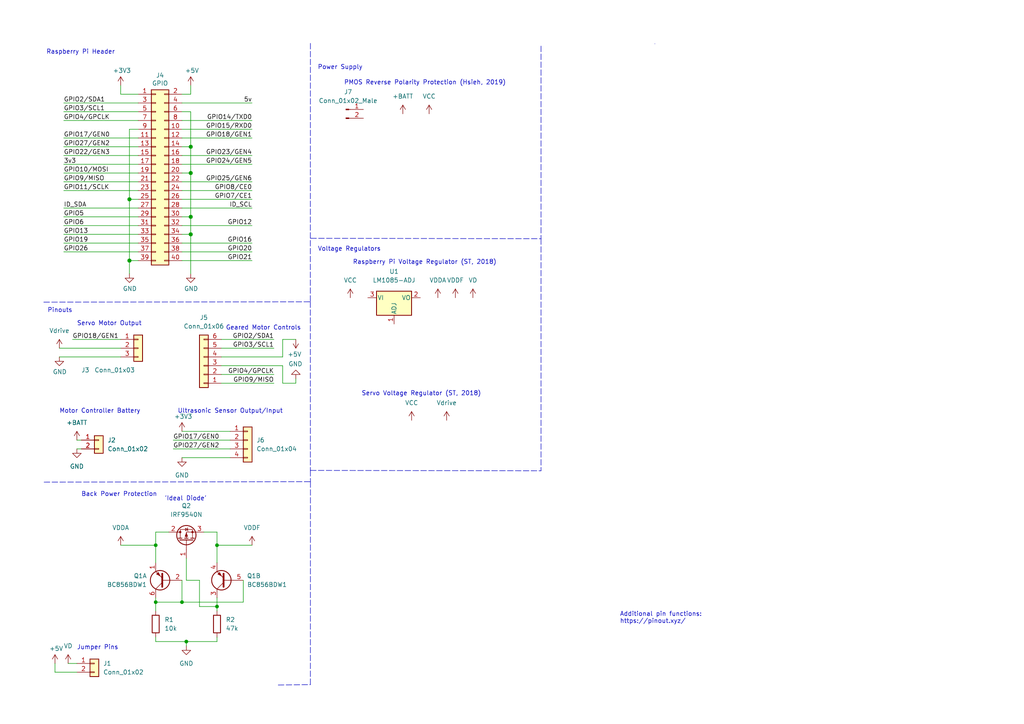
<source format=kicad_sch>
(kicad_sch (version 20211123) (generator eeschema)
  (paper "A4")
  (lib_symbols
    (symbol "Connector:Conn_01x02_Male" (pin_names (offset 1.016) hide)
      (property "Reference" "J" (at 0 2.54 0))
      (property "Value" "Conn_01x02_Male" (at 0 -5.08 0))
      (symbol "Conn_01x02_Male_1_1"
        (polyline (pts (xy 1.27 -2.54) (xy 0.8636 -2.54)) (stroke (width 0.1524)))
        (polyline (pts (xy 1.27 0) (xy 0.8636 0)) (stroke (width 0.1524)))
        (rectangle (start 0.8636 -2.413) (end 0 -2.667) (stroke (width 0.1524)) (fill (type outline)))
        (rectangle (start 0.8636 0.127) (end 0 -0.127) (stroke (width 0.1524)) (fill (type outline)))
        (pin passive line (at 5.08 0 180) (length 3.81) (name "Pin_1") (number "1"))
        (pin passive line (at 5.08 -2.54 180) (length 3.81) (name "Pin_2") (number "2"))
      )
    )
    (symbol "Connector_Generic:Conn_01x02" (pin_names (offset 1.016) hide)
      (property "Reference" "J" (at 0 2.54 0))
      (property "Value" "Conn_01x02" (at 0 -5.08 0))
      (symbol "Conn_01x02_1_1"
        (rectangle (start -1.27 -2.413) (end 0 -2.667) (stroke (width 0.1524)))
        (rectangle (start -1.27 0.127) (end 0 -0.127) (stroke (width 0.1524)))
        (rectangle (start -1.27 1.27) (end 1.27 -3.81) (stroke (width 0.254)) (fill (type background)))
        (pin passive line (at -5.08 0 0) (length 3.81) (name "Pin_1") (number "1"))
        (pin passive line (at -5.08 -2.54 0) (length 3.81) (name "Pin_2") (number "2"))
      )
    )
    (symbol "Connector_Generic:Conn_01x03" (pin_names (offset 1.016) hide)
      (property "Reference" "J" (at 0 5.08 0))
      (property "Value" "Conn_01x03" (at 0 -5.08 0))
      (symbol "Conn_01x03_1_1"
        (rectangle (start -1.27 -2.413) (end 0 -2.667) (stroke (width 0.1524)))
        (rectangle (start -1.27 0.127) (end 0 -0.127) (stroke (width 0.1524)))
        (rectangle (start -1.27 2.667) (end 0 2.413) (stroke (width 0.1524)))
        (rectangle (start -1.27 3.81) (end 1.27 -3.81) (stroke (width 0.254)) (fill (type background)))
        (pin passive line (at -5.08 2.54 0) (length 3.81) (name "Pin_1") (number "1"))
        (pin passive line (at -5.08 0 0) (length 3.81) (name "Pin_2") (number "2"))
        (pin passive line (at -5.08 -2.54 0) (length 3.81) (name "Pin_3") (number "3"))
      )
    )
    (symbol "Connector_Generic:Conn_01x04" (pin_names (offset 1.016) hide)
      (property "Reference" "J" (at 0 5.08 0))
      (property "Value" "Conn_01x04" (at 0 -7.62 0))
      (symbol "Conn_01x04_1_1"
        (rectangle (start -1.27 -4.953) (end 0 -5.207) (stroke (width 0.1524)))
        (rectangle (start -1.27 -2.413) (end 0 -2.667) (stroke (width 0.1524)))
        (rectangle (start -1.27 0.127) (end 0 -0.127) (stroke (width 0.1524)))
        (rectangle (start -1.27 2.667) (end 0 2.413) (stroke (width 0.1524)))
        (rectangle (start -1.27 3.81) (end 1.27 -6.35) (stroke (width 0.254)) (fill (type background)))
        (pin passive line (at -5.08 2.54 0) (length 3.81) (name "Pin_1") (number "1"))
        (pin passive line (at -5.08 0 0) (length 3.81) (name "Pin_2") (number "2"))
        (pin passive line (at -5.08 -2.54 0) (length 3.81) (name "Pin_3") (number "3"))
        (pin passive line (at -5.08 -5.08 0) (length 3.81) (name "Pin_4") (number "4"))
      )
    )
    (symbol "Connector_Generic:Conn_01x06" (pin_names (offset 1.016) hide)
      (property "Reference" "J" (at 0 7.62 0))
      (property "Value" "Conn_01x06" (at 0 -10.16 0))
      (symbol "Conn_01x06_1_1"
        (rectangle (start -1.27 -7.493) (end 0 -7.747) (stroke (width 0.1524)))
        (rectangle (start -1.27 -4.953) (end 0 -5.207) (stroke (width 0.1524)))
        (rectangle (start -1.27 -2.413) (end 0 -2.667) (stroke (width 0.1524)))
        (rectangle (start -1.27 0.127) (end 0 -0.127) (stroke (width 0.1524)))
        (rectangle (start -1.27 2.667) (end 0 2.413) (stroke (width 0.1524)))
        (rectangle (start -1.27 5.207) (end 0 4.953) (stroke (width 0.1524)))
        (rectangle (start -1.27 6.35) (end 1.27 -8.89) (stroke (width 0.254)) (fill (type background)))
        (pin passive line (at -5.08 5.08 0) (length 3.81) (name "Pin_1") (number "1"))
        (pin passive line (at -5.08 2.54 0) (length 3.81) (name "Pin_2") (number "2"))
        (pin passive line (at -5.08 0 0) (length 3.81) (name "Pin_3") (number "3"))
        (pin passive line (at -5.08 -2.54 0) (length 3.81) (name "Pin_4") (number "4"))
        (pin passive line (at -5.08 -5.08 0) (length 3.81) (name "Pin_5") (number "5"))
        (pin passive line (at -5.08 -7.62 0) (length 3.81) (name "Pin_6") (number "6"))
      )
    )
    (symbol "Connector_Generic:Conn_02x20_Odd_Even" (pin_names (offset 1.016) hide)
      (property "Reference" "J" (at 1.27 25.4 0))
      (property "Value" "Conn_02x20_Odd_Even" (at 1.27 -27.94 0))
      (symbol "Conn_02x20_Odd_Even_1_1"
        (rectangle (start -1.27 -25.273) (end 0 -25.527) (stroke (width 0.1524)))
        (rectangle (start -1.27 -22.733) (end 0 -22.987) (stroke (width 0.1524)))
        (rectangle (start -1.27 -20.193) (end 0 -20.447) (stroke (width 0.1524)))
        (rectangle (start -1.27 -17.653) (end 0 -17.907) (stroke (width 0.1524)))
        (rectangle (start -1.27 -15.113) (end 0 -15.367) (stroke (width 0.1524)))
        (rectangle (start -1.27 -12.573) (end 0 -12.827) (stroke (width 0.1524)))
        (rectangle (start -1.27 -10.033) (end 0 -10.287) (stroke (width 0.1524)))
        (rectangle (start -1.27 -7.493) (end 0 -7.747) (stroke (width 0.1524)))
        (rectangle (start -1.27 -4.953) (end 0 -5.207) (stroke (width 0.1524)))
        (rectangle (start -1.27 -2.413) (end 0 -2.667) (stroke (width 0.1524)))
        (rectangle (start -1.27 0.127) (end 0 -0.127) (stroke (width 0.1524)))
        (rectangle (start -1.27 2.667) (end 0 2.413) (stroke (width 0.1524)))
        (rectangle (start -1.27 5.207) (end 0 4.953) (stroke (width 0.1524)))
        (rectangle (start -1.27 7.747) (end 0 7.493) (stroke (width 0.1524)))
        (rectangle (start -1.27 10.287) (end 0 10.033) (stroke (width 0.1524)))
        (rectangle (start -1.27 12.827) (end 0 12.573) (stroke (width 0.1524)))
        (rectangle (start -1.27 15.367) (end 0 15.113) (stroke (width 0.1524)))
        (rectangle (start -1.27 17.907) (end 0 17.653) (stroke (width 0.1524)))
        (rectangle (start -1.27 20.447) (end 0 20.193) (stroke (width 0.1524)))
        (rectangle (start -1.27 22.987) (end 0 22.733) (stroke (width 0.1524)))
        (rectangle (start -1.27 24.13) (end 3.81 -26.67) (stroke (width 0.254)) (fill (type background)))
        (rectangle (start 3.81 -25.273) (end 2.54 -25.527) (stroke (width 0.1524)))
        (rectangle (start 3.81 -22.733) (end 2.54 -22.987) (stroke (width 0.1524)))
        (rectangle (start 3.81 -20.193) (end 2.54 -20.447) (stroke (width 0.1524)))
        (rectangle (start 3.81 -17.653) (end 2.54 -17.907) (stroke (width 0.1524)))
        (rectangle (start 3.81 -15.113) (end 2.54 -15.367) (stroke (width 0.1524)))
        (rectangle (start 3.81 -12.573) (end 2.54 -12.827) (stroke (width 0.1524)))
        (rectangle (start 3.81 -10.033) (end 2.54 -10.287) (stroke (width 0.1524)))
        (rectangle (start 3.81 -7.493) (end 2.54 -7.747) (stroke (width 0.1524)))
        (rectangle (start 3.81 -4.953) (end 2.54 -5.207) (stroke (width 0.1524)))
        (rectangle (start 3.81 -2.413) (end 2.54 -2.667) (stroke (width 0.1524)))
        (rectangle (start 3.81 0.127) (end 2.54 -0.127) (stroke (width 0.1524)))
        (rectangle (start 3.81 2.667) (end 2.54 2.413) (stroke (width 0.1524)))
        (rectangle (start 3.81 5.207) (end 2.54 4.953) (stroke (width 0.1524)))
        (rectangle (start 3.81 7.747) (end 2.54 7.493) (stroke (width 0.1524)))
        (rectangle (start 3.81 10.287) (end 2.54 10.033) (stroke (width 0.1524)))
        (rectangle (start 3.81 12.827) (end 2.54 12.573) (stroke (width 0.1524)))
        (rectangle (start 3.81 15.367) (end 2.54 15.113) (stroke (width 0.1524)))
        (rectangle (start 3.81 17.907) (end 2.54 17.653) (stroke (width 0.1524)))
        (rectangle (start 3.81 20.447) (end 2.54 20.193) (stroke (width 0.1524)))
        (rectangle (start 3.81 22.987) (end 2.54 22.733) (stroke (width 0.1524)))
        (pin passive line (at -5.08 22.86 0) (length 3.81) (name "Pin_1") (number "1"))
        (pin passive line (at 7.62 12.7 180) (length 3.81) (name "Pin_10") (number "10"))
        (pin passive line (at -5.08 10.16 0) (length 3.81) (name "Pin_11") (number "11"))
        (pin passive line (at 7.62 10.16 180) (length 3.81) (name "Pin_12") (number "12"))
        (pin passive line (at -5.08 7.62 0) (length 3.81) (name "Pin_13") (number "13"))
        (pin passive line (at 7.62 7.62 180) (length 3.81) (name "Pin_14") (number "14"))
        (pin passive line (at -5.08 5.08 0) (length 3.81) (name "Pin_15") (number "15"))
        (pin passive line (at 7.62 5.08 180) (length 3.81) (name "Pin_16") (number "16"))
        (pin passive line (at -5.08 2.54 0) (length 3.81) (name "Pin_17") (number "17"))
        (pin passive line (at 7.62 2.54 180) (length 3.81) (name "Pin_18") (number "18"))
        (pin passive line (at -5.08 0 0) (length 3.81) (name "Pin_19") (number "19"))
        (pin passive line (at 7.62 22.86 180) (length 3.81) (name "Pin_2") (number "2"))
        (pin passive line (at 7.62 0 180) (length 3.81) (name "Pin_20") (number "20"))
        (pin passive line (at -5.08 -2.54 0) (length 3.81) (name "Pin_21") (number "21"))
        (pin passive line (at 7.62 -2.54 180) (length 3.81) (name "Pin_22") (number "22"))
        (pin passive line (at -5.08 -5.08 0) (length 3.81) (name "Pin_23") (number "23"))
        (pin passive line (at 7.62 -5.08 180) (length 3.81) (name "Pin_24") (number "24"))
        (pin passive line (at -5.08 -7.62 0) (length 3.81) (name "Pin_25") (number "25"))
        (pin passive line (at 7.62 -7.62 180) (length 3.81) (name "Pin_26") (number "26"))
        (pin passive line (at -5.08 -10.16 0) (length 3.81) (name "Pin_27") (number "27"))
        (pin passive line (at 7.62 -10.16 180) (length 3.81) (name "Pin_28") (number "28"))
        (pin passive line (at -5.08 -12.7 0) (length 3.81) (name "Pin_29") (number "29"))
        (pin passive line (at -5.08 20.32 0) (length 3.81) (name "Pin_3") (number "3"))
        (pin passive line (at 7.62 -12.7 180) (length 3.81) (name "Pin_30") (number "30"))
        (pin passive line (at -5.08 -15.24 0) (length 3.81) (name "Pin_31") (number "31"))
        (pin passive line (at 7.62 -15.24 180) (length 3.81) (name "Pin_32") (number "32"))
        (pin passive line (at -5.08 -17.78 0) (length 3.81) (name "Pin_33") (number "33"))
        (pin passive line (at 7.62 -17.78 180) (length 3.81) (name "Pin_34") (number "34"))
        (pin passive line (at -5.08 -20.32 0) (length 3.81) (name "Pin_35") (number "35"))
        (pin passive line (at 7.62 -20.32 180) (length 3.81) (name "Pin_36") (number "36"))
        (pin passive line (at -5.08 -22.86 0) (length 3.81) (name "Pin_37") (number "37"))
        (pin passive line (at 7.62 -22.86 180) (length 3.81) (name "Pin_38") (number "38"))
        (pin passive line (at -5.08 -25.4 0) (length 3.81) (name "Pin_39") (number "39"))
        (pin passive line (at 7.62 20.32 180) (length 3.81) (name "Pin_4") (number "4"))
        (pin passive line (at 7.62 -25.4 180) (length 3.81) (name "Pin_40") (number "40"))
        (pin passive line (at -5.08 17.78 0) (length 3.81) (name "Pin_5") (number "5"))
        (pin passive line (at 7.62 17.78 180) (length 3.81) (name "Pin_6") (number "6"))
        (pin passive line (at -5.08 15.24 0) (length 3.81) (name "Pin_7") (number "7"))
        (pin passive line (at 7.62 15.24 180) (length 3.81) (name "Pin_8") (number "8"))
        (pin passive line (at -5.08 12.7 0) (length 3.81) (name "Pin_9") (number "9"))
      )
    )
    (symbol "Device:R" (pin_numbers hide) (pin_names (offset 0))
      (property "Reference" "R" (at 2.032 0 90))
      (property "Value" "R" (at 0 0 90))
      (symbol "R_0_1"
        (rectangle (start -1.016 -2.54) (end 1.016 2.54) (stroke (width 0.254)))
      )
      (symbol "R_1_1"
        (pin passive line (at 0 3.81 270) (length 1.27) (name "~") (number "1"))
        (pin passive line (at 0 -3.81 90) (length 1.27) (name "~") (number "2"))
      )
    )
    (symbol "GND_1" (power) (pin_names (offset 0))
      (property "Value" "GND_1" (at 0 -3.81 0))
      (symbol "GND_1_0_1"
        (polyline (pts (xy 0 0) (xy 0 -1.27) (xy 1.27 -1.27) (xy 0 -2.54) (xy -1.27 -1.27) (xy 0 -1.27)))
      )
      (symbol "GND_1_1_1"
        (pin power_in line (at 0 0 270) (length 0) hide (name "GND") (number "1"))
      )
    )
    (symbol "Regulator_Linear:LM1085-ADJ" (pin_names (offset 0.254))
      (property "Reference" "U" (at -3.81 3.175 0))
      (property "Value" "LM1085-ADJ" (at 0 3.175 0))
      (symbol "LM1085-ADJ_0_1"
        (rectangle (start -5.08 1.905) (end 5.08 -5.08) (stroke (width 0.254)) (fill (type background)))
      )
      (symbol "LM1085-ADJ_1_1"
        (pin input line (at 0 -7.62 90) (length 2.54) (name "ADJ") (number "1"))
        (pin power_out line (at 7.62 0 180) (length 2.54) (name "VO") (number "2"))
        (pin power_in line (at -7.62 0 0) (length 2.54) (name "VI") (number "3"))
      )
    )
    (symbol "Transistor_BJT:BC856BDW1" (pin_names (offset 0) hide)
      (property "Reference" "Q" (at 5.08 1.27 0))
      (property "Value" "BC856BDW1" (at 5.08 -1.27 0))
      (symbol "BC856BDW1_0_1"
        (polyline (pts (xy 0.635 0) (xy -2.54 0)))
        (polyline (pts (xy 0.635 0.635) (xy 2.54 2.54)))
        (polyline (pts (xy 0.635 -0.635) (xy 2.54 -2.54) (xy 2.54 -2.54)))
        (polyline (pts (xy 0.635 1.905) (xy 0.635 -1.905) (xy 0.635 -1.905)) (stroke (width 0.508)))
        (polyline (pts (xy 2.286 -1.778) (xy 1.778 -2.286) (xy 1.27 -1.27) (xy 2.286 -1.778) (xy 2.286 -1.778)) (fill (type outline)))
        (circle (center 1.27 0) (radius 2.8194) (stroke (width 0.254)))
      )
      (symbol "BC856BDW1_1_1"
        (pin passive line (at 2.54 -5.08 90) (length 2.54) (name "E1") (number "1"))
        (pin input line (at -5.08 0 0) (length 2.54) (name "B1") (number "2"))
        (pin passive line (at 2.54 5.08 270) (length 2.54) (name "C1") (number "6"))
      )
      (symbol "BC856BDW1_2_1"
        (pin passive line (at 2.54 5.08 270) (length 2.54) (name "C2") (number "3"))
        (pin passive line (at 2.54 -5.08 90) (length 2.54) (name "E2") (number "4"))
        (pin input line (at -5.08 0 0) (length 2.54) (name "B2") (number "5"))
      )
    )
    (symbol "Transistor_FET:IRF9540N" (pin_names hide)
      (property "Reference" "Q" (at 5.08 1.905 0))
      (property "Value" "IRF9540N" (at 5.08 0 0))
      (symbol "IRF9540N_0_1"
        (polyline (pts (xy 0.254 0) (xy -2.54 0)))
        (polyline (pts (xy 0.254 1.905) (xy 0.254 -1.905)) (stroke (width 0.254)))
        (polyline (pts (xy 0.762 -1.27) (xy 0.762 -2.286)) (stroke (width 0.254)))
        (polyline (pts (xy 0.762 0.508) (xy 0.762 -0.508)) (stroke (width 0.254)))
        (polyline (pts (xy 0.762 2.286) (xy 0.762 1.27)) (stroke (width 0.254)))
        (polyline (pts (xy 2.54 2.54) (xy 2.54 1.778)))
        (polyline (pts (xy 2.54 -2.54) (xy 2.54 0) (xy 0.762 0)))
        (polyline (pts (xy 0.762 1.778) (xy 3.302 1.778) (xy 3.302 -1.778) (xy 0.762 -1.778)))
        (polyline (pts (xy 2.286 0) (xy 1.27 0.381) (xy 1.27 -0.381) (xy 2.286 0)) (fill (type outline)))
        (polyline (pts (xy 2.794 -0.508) (xy 2.921 -0.381) (xy 3.683 -0.381) (xy 3.81 -0.254)))
        (polyline (pts (xy 3.302 -0.381) (xy 2.921 0.254) (xy 3.683 0.254) (xy 3.302 -0.381)))
        (circle (center 1.651 0) (radius 2.794) (stroke (width 0.254)))
        (circle (center 2.54 -1.778) (radius 0.254) (fill (type outline)))
        (circle (center 2.54 1.778) (radius 0.254) (fill (type outline)))
      )
      (symbol "IRF9540N_1_1"
        (pin input line (at -5.08 0 0) (length 2.54) (name "G") (number "1"))
        (pin passive line (at 2.54 5.08 270) (length 2.54) (name "D") (number "2"))
        (pin passive line (at 2.54 -5.08 90) (length 2.54) (name "S") (number "3"))
      )
    )
    (symbol "power:+3.3V" (power) (pin_names (offset 0))
      (property "Value" "+3.3V" (at 0 3.556 0))
      (symbol "+3.3V_0_1"
        (polyline (pts (xy -0.762 1.27) (xy 0 2.54)))
        (polyline (pts (xy 0 0) (xy 0 2.54)))
        (polyline (pts (xy 0 2.54) (xy 0.762 1.27)))
      )
      (symbol "+3.3V_1_1"
        (pin power_in line (at 0 0 90) (length 0) hide (name "+3V3") (number "1"))
      )
    )
    (symbol "power:+5V" (power) (pin_names (offset 0))
      (property "Value" "+5V" (at 0 3.556 0))
      (symbol "+5V_0_1"
        (polyline (pts (xy -0.762 1.27) (xy 0 2.54)))
        (polyline (pts (xy 0 0) (xy 0 2.54)))
        (polyline (pts (xy 0 2.54) (xy 0.762 1.27)))
      )
      (symbol "+5V_1_1"
        (pin power_in line (at 0 0 90) (length 0) hide (name "+5V") (number "1"))
      )
    )
    (symbol "power:+BATT" (power) (pin_names (offset 0))
      (property "Value" "+BATT" (at 0 3.556 0))
      (symbol "+BATT_0_1"
        (polyline (pts (xy -0.762 1.27) (xy 0 2.54)))
        (polyline (pts (xy 0 0) (xy 0 2.54)))
        (polyline (pts (xy 0 2.54) (xy 0.762 1.27)))
      )
      (symbol "+BATT_1_1"
        (pin power_in line (at 0 0 90) (length 0) hide (name "+BATT") (number "1"))
      )
    )
    (symbol "power:GND" (power) (pin_names (offset 0))
      (property "Value" "GND" (at 0 -3.81 0))
      (symbol "GND_0_1"
        (polyline (pts (xy 0 0) (xy 0 -1.27) (xy 1.27 -1.27) (xy 0 -2.54) (xy -1.27 -1.27) (xy 0 -1.27)))
      )
      (symbol "GND_1_1"
        (pin power_in line (at 0 0 270) (length 0) hide (name "GND") (number "1"))
      )
    )
    (symbol "power:VCC" (power) (pin_names (offset 0))
      (property "Value" "VCC" (at 0 3.81 0))
      (symbol "VCC_0_1"
        (polyline (pts (xy -0.762 1.27) (xy 0 2.54)))
        (polyline (pts (xy 0 0) (xy 0 2.54)))
        (polyline (pts (xy 0 2.54) (xy 0.762 1.27)))
      )
      (symbol "VCC_1_1"
        (pin power_in line (at 0 0 90) (length 0) hide (name "VCC") (number "1"))
      )
    )
    (symbol "power:VD" (power) (pin_names (offset 0))
      (property "Value" "VD" (at 0 3.81 0))
      (symbol "VD_0_1"
        (polyline (pts (xy -0.762 1.27) (xy 0 2.54)))
        (polyline (pts (xy 0 0) (xy 0 2.54)))
        (polyline (pts (xy 0 2.54) (xy 0.762 1.27)))
      )
      (symbol "VD_1_1"
        (pin power_in line (at 0 0 90) (length 0) hide (name "VD") (number "1"))
      )
    )
    (symbol "power:VDDA" (power) (pin_names (offset 0))
      (property "Value" "VDDA" (at 0 3.81 0))
      (symbol "VDDA_0_1"
        (polyline (pts (xy -0.762 1.27) (xy 0 2.54)))
        (polyline (pts (xy 0 0) (xy 0 2.54)))
        (polyline (pts (xy 0 2.54) (xy 0.762 1.27)))
      )
      (symbol "VDDA_1_1"
        (pin power_in line (at 0 0 90) (length 0) hide (name "VDDA") (number "1"))
      )
    )
    (symbol "power:VDDF" (power) (pin_names (offset 0))
      (property "Value" "VDDF" (at 0 3.81 0))
      (symbol "VDDF_0_1"
        (polyline (pts (xy -0.762 1.27) (xy 0 2.54)))
        (polyline (pts (xy 0 0) (xy 0 2.54)))
        (polyline (pts (xy 0 2.54) (xy 0.762 1.27)))
      )
      (symbol "VDDF_1_1"
        (pin power_in line (at 0 0 90) (length 0) hide (name "VDDF") (number "1"))
      )
    )
    (symbol "power:Vdrive" (power) (pin_names (offset 0))
      (property "Value" "Vdrive" (at 0 3.81 0))
      (symbol "Vdrive_0_1"
        (polyline (pts (xy -0.762 1.27) (xy 0 2.54)))
        (polyline (pts (xy 0 0) (xy 0 2.54)))
        (polyline (pts (xy 0 2.54) (xy 0.762 1.27)))
      )
      (symbol "Vdrive_1_1"
        (pin power_in line (at 0 0 90) (length 0) hide (name "Vdrive") (number "1"))
      )
    )
  )
  (junction (at 55.319 62.8886) (diameter 1.016))
  (junction (at 45.159 174.6486))
  (junction (at 55.319 42.5686) (diameter 1.016))
  (junction (at 55.319 67.9686) (diameter 1.016))
  (junction (at 55.319 50.1886) (diameter 1.016))
  (junction (at 45.159 158.1386))
  (junction (at 54.049 186.0786))
  (junction (at 37.539 57.8086) (diameter 1.016))
  (junction (at 62.939 158.1386))
  (junction (at 37.539 75.5886) (diameter 1.016))
  (junction (at 52.779 174.6486))
  (junction (at 62.939 175.9186))
  (wire (pts (xy 52.779 52.7286) (xy 73.099 52.7286)))
  (polyline (pts (xy 12.7901 139.8337) (xy 90.0426 139.7095)))
  (wire (pts (xy 55.319 50.1886) (xy 52.779 50.1886)))
  (wire (pts (xy 23.569 130.1986) (xy 22.299 130.1986)))
  (wire (pts (xy 34.999 27.3286) (xy 40.079 27.3286)))
  (wire (pts (xy 62.939 184.8086) (xy 62.939 186.0786)))
  (wire (pts (xy 59.129 154.3286) (xy 62.939 154.3286)))
  (wire (pts (xy 79.449 98.4486) (xy 64.209 98.4486)))
  (wire (pts (xy 81.989 103.5286) (xy 64.209 103.5286)))
  (wire (pts (xy 70.559 174.6486) (xy 70.559 168.2986)))
  (wire (pts (xy 55.319 50.1886) (xy 55.319 62.8886)))
  (wire (pts (xy 40.079 29.8686) (xy 18.489 29.8686)))
  (wire (pts (xy 45.159 173.3786) (xy 45.159 174.6486)))
  (wire (pts (xy 81.989 106.0686) (xy 64.209 106.0686)))
  (wire (pts (xy 18.489 52.7286) (xy 40.079 52.7286)))
  (wire (pts (xy 55.319 42.5686) (xy 55.319 50.1886)))
  (wire (pts (xy 62.939 158.1386) (xy 73.099 158.1386)))
  (polyline (pts (xy 80.6944 198.6804) (xy 90.0263 198.5713)))
  (wire (pts (xy 40.079 50.1886) (xy 18.489 50.1886)))
  (polyline (pts (xy 156.919 69.2386) (xy 156.919 136.5486)))
  (wire (pts (xy 50.239 130.1986) (xy 66.749 130.1986)))
  (wire (pts (xy 52.779 75.5886) (xy 73.099 75.5886)))
  (wire (pts (xy 37.539 75.5886) (xy 40.079 75.5886)))
  (wire (pts (xy 18.489 73.0486) (xy 40.079 73.0486)))
  (wire (pts (xy 52.779 73.0486) (xy 73.099 73.0486)))
  (wire (pts (xy 15.949 194.9686) (xy 15.949 192.4286)))
  (wire (pts (xy 52.779 125.1186) (xy 66.749 125.1186)))
  (wire (pts (xy 18.489 32.4086) (xy 40.079 32.4086)))
  (wire (pts (xy 45.159 154.3286) (xy 45.159 158.1386)))
  (wire (pts (xy 18.489 42.5686) (xy 40.079 42.5686)))
  (wire (pts (xy 62.939 173.3786) (xy 62.939 175.9186)))
  (wire (pts (xy 52.779 70.5086) (xy 73.099 70.5086)))
  (wire (pts (xy 40.079 67.9686) (xy 18.489 67.9686)))
  (wire (pts (xy 18.489 55.2686) (xy 40.079 55.2686)))
  (wire (pts (xy 52.779 57.8086) (xy 73.099 57.8086)))
  (wire (pts (xy 81.989 111.1486) (xy 85.799 111.1486)))
  (wire (pts (xy 52.779 65.4286) (xy 73.099 65.4286)))
  (wire (pts (xy 40.079 40.0286) (xy 18.489 40.0286)))
  (wire (pts (xy 52.779 29.8686) (xy 73.099 29.8686)))
  (wire (pts (xy 18.489 62.8886) (xy 40.079 62.8886)))
  (wire (pts (xy 52.779 47.6486) (xy 73.099 47.6486)))
  (wire (pts (xy 54.049 168.2986) (xy 54.049 161.9486)))
  (wire (pts (xy 55.319 62.8886) (xy 52.779 62.8886)))
  (wire (pts (xy 52.779 174.6486) (xy 70.559 174.6486)))
  (wire (pts (xy 18.489 65.4286) (xy 40.079 65.4286)))
  (polyline (pts (xy 90.0263 136.4395) (xy 156.919 136.5486)))
  (wire (pts (xy 52.779 45.1086) (xy 73.099 45.1086)))
  (wire (pts (xy 62.939 175.9186) (xy 57.859 175.9186)))
  (wire (pts (xy 81.989 103.5286) (xy 81.989 98.4486)))
  (wire (pts (xy 17.219 103.5286) (xy 34.999 103.5286)))
  (wire (pts (xy 62.939 158.1386) (xy 62.939 163.2186)))
  (wire (pts (xy 52.779 168.2986) (xy 52.779 174.6486)))
  (wire (pts (xy 55.319 62.8886) (xy 55.319 67.9686)))
  (polyline (pts (xy 90.004 87.5376) (xy 90.0263 136.4395)))
  (wire (pts (xy 54.049 186.0786) (xy 45.159 186.0786)))
  (wire (pts (xy 79.449 108.6086) (xy 64.209 108.6086)))
  (wire (pts (xy 48.969 154.3286) (xy 45.159 154.3286)))
  (wire (pts (xy 34.999 158.1386) (xy 45.159 158.1386)))
  (wire (pts (xy 55.319 24.7886) (xy 55.319 27.3286)))
  (wire (pts (xy 55.319 67.9686) (xy 55.319 79.3986)))
  (wire (pts (xy 54.049 186.0786) (xy 54.049 187.3486)))
  (wire (pts (xy 37.539 75.5886) (xy 37.539 79.3986)))
  (wire (pts (xy 55.319 67.9686) (xy 52.779 67.9686)))
  (polyline (pts (xy 12.7 87.63) (xy 90.004 87.5376)))
  (polyline (pts (xy 90.0263 136.4395) (xy 90.0426 139.7095)))
  (wire (pts (xy 55.319 32.4086) (xy 55.319 42.5686)))
  (wire (pts (xy 18.489 47.6486) (xy 40.079 47.6486)))
  (wire (pts (xy 19.759 192.4286) (xy 22.299 192.4286)))
  (polyline (pts (xy 90.0369 12.5689) (xy 90.004 87.5376)))
  (wire (pts (xy 37.539 37.4886) (xy 37.539 57.8086)))
  (wire (pts (xy 45.159 174.6486) (xy 45.159 177.1886)))
  (wire (pts (xy 52.779 60.3486) (xy 73.099 60.3486)))
  (wire (pts (xy 52.779 55.2686) (xy 73.099 55.2686)))
  (wire (pts (xy 57.859 168.2986) (xy 54.049 168.2986)))
  (wire (pts (xy 52.779 37.4886) (xy 73.099 37.4886)))
  (wire (pts (xy 34.999 24.7886) (xy 34.999 27.3286)))
  (wire (pts (xy 40.079 60.3486) (xy 18.489 60.3486)))
  (wire (pts (xy 54.049 186.0786) (xy 62.939 186.0786)))
  (wire (pts (xy 37.539 57.8086) (xy 40.079 57.8086)))
  (polyline (pts (xy 90.0426 139.7095) (xy 90.0263 198.5713)))
  (polyline (pts (xy 189.939 12.7039) (xy 189.9493 12.7039)))
  (wire (pts (xy 62.939 175.9186) (xy 62.939 177.1886)))
  (wire (pts (xy 81.989 106.0686) (xy 81.989 111.1486)))
  (wire (pts (xy 52.779 132.7386) (xy 66.749 132.7386)))
  (wire (pts (xy 79.449 100.9886) (xy 64.209 100.9886)))
  (wire (pts (xy 55.319 27.3286) (xy 52.779 27.3286)))
  (wire (pts (xy 79.449 111.1486) (xy 64.209 111.1486)))
  (wire (pts (xy 18.489 70.5086) (xy 40.079 70.5086)))
  (wire (pts (xy 17.219 100.9886) (xy 34.999 100.9886)))
  (wire (pts (xy 50.239 127.6586) (xy 66.749 127.6586)))
  (wire (pts (xy 21.029 98.4486) (xy 34.999 98.4486)))
  (wire (pts (xy 37.539 57.8086) (xy 37.539 75.5886)))
  (wire (pts (xy 52.779 174.6486) (xy 45.159 174.6486)))
  (wire (pts (xy 52.779 34.9486) (xy 73.099 34.9486)))
  (wire (pts (xy 18.489 34.9486) (xy 40.079 34.9486)))
  (wire (pts (xy 52.779 40.0286) (xy 73.099 40.0286)))
  (wire (pts (xy 37.539 37.4886) (xy 40.079 37.4886)))
  (wire (pts (xy 62.939 154.3286) (xy 62.939 158.1386)))
  (polyline (pts (xy 156.919 13.3586) (xy 156.919 69.2386)))
  (wire (pts (xy 81.989 98.4486) (xy 85.799 98.4486)))
  (wire (pts (xy 85.799 111.1486) (xy 85.799 109.8786)))
  (wire (pts (xy 23.569 127.6586) (xy 22.299 127.6586)))
  (wire (pts (xy 18.489 45.1086) (xy 40.079 45.1086)))
  (wire (pts (xy 22.299 194.9686) (xy 15.949 194.9686)))
  (wire (pts (xy 57.859 168.2986) (xy 57.859 175.9186)))
  (polyline (pts (xy 90.1078 69.1102) (xy 156.919 69.2386)))
  (wire (pts (xy 45.159 158.1386) (xy 45.159 163.2186)))
  (wire (pts (xy 45.159 184.8086) (xy 45.159 186.0786)))
  (wire (pts (xy 55.319 32.4086) (xy 52.779 32.4086)))
  (wire (pts (xy 55.319 42.5686) (xy 52.779 42.5686)))
  (text "Additional pin functions:\nhttps://pinout.xyz/" (at 179.779 180.9986 0) (effects (font (size 1.27 1.27)) (justify left bottom)))
  (text "Pinouts\n" (at 21.029 90.8286 180) (effects (font (size 1.27 1.27)) (justify right bottom)))
  (text "Power Supply\n" (at 92.1267 20.3367 0) (effects (font (size 1.27 1.27)) (justify left bottom)))
  (text "Servo Voltage Regulator (ST, 2018)\n" (at 104.849 114.9586 0) (effects (font (size 1.27 1.27)) (justify left bottom)))
  (text "Raspberry Pi Voltage Regulator (ST, 2018)\n" (at 102.309 76.8586 0) (effects (font (size 1.27 1.27)) (justify left bottom)))
  (text "Ultrasonic Sensor Output/Input\n" (at 51.509 120.0386 0) (effects (font (size 1.27 1.27)) (justify left bottom)))
  (text "Jumper Pins" (at 22.299 188.6186 0) (effects (font (size 1.27 1.27)) (justify left bottom)))
  (text "Back Power Protection\n" (at 23.569 144.1686 0) (effects (font (size 1.27 1.27)) (justify left bottom)))
  (text "Geared Motor Controls\n" (at 65.479 95.9086 0) (effects (font (size 1.27 1.27)) (justify left bottom)))
  (text "Raspberry Pi Header" (at 13.409 15.8986 0) (effects (font (size 1.27 1.27)) (justify left bottom)))
  (text "PMOS Reverse Polarity Protection (Hsieh, 2019)" (at 99.769 24.7886 0) (effects (font (size 1.27 1.27)) (justify left bottom)))
  (text "Motor Controller Battery\n" (at 17.219 120.0386 0) (effects (font (size 1.27 1.27)) (justify left bottom)))
  (text "'Ideal Diode'" (at 47.699 145.4386 0) (effects (font (size 1.27 1.27)) (justify left bottom)))
  (text "Voltage Regulators\n" (at 92.149 73.0486 0) (effects (font (size 1.27 1.27)) (justify left bottom)))
  (text "Servo Motor Output" (at 22.299 94.6386 0) (effects (font (size 1.27 1.27)) (justify left bottom)))
  (label "GPIO11{slash}SCLK" (at 18.489 55.2686 0))
  (label "GPIO25{slash}GEN6" (at 73.099 52.7286 180))
  (label "GPIO5" (at 18.489 62.8886 0))
  (label "GPIO2{slash}SDA1" (at 79.449 98.4486 180))
  (label "ID_SDA" (at 18.489 60.3486 0))
  (label "GPIO3{slash}SCL1" (at 79.449 100.9886 180))
  (label "GPIO6" (at 18.489 65.4286 0))
  (label "ID_SCL" (at 73.099 60.3486 180))
  (label "GPIO27{slash}GEN2" (at 18.489 42.5686 0))
  (label "GPIO21" (at 73.099 75.5886 180))
  (label "3v3" (at 18.489 47.6486 0))
  (label "GPIO13" (at 18.489 67.9686 0))
  (label "GPIO17{slash}GEN0" (at 18.489 40.0286 0))
  (label "GPIO16" (at 73.099 70.5086 180))
  (label "GPIO17{slash}GEN0" (at 50.239 127.6586 0))
  (label "GPIO20" (at 73.099 73.0486 180))
  (label "GPIO4{slash}GPCLK" (at 79.449 108.6086 180))
  (label "GPIO27{slash}GEN2" (at 50.239 130.1986 0))
  (label "GPIO9{slash}MISO" (at 18.489 52.7286 0))
  (label "GPIO3{slash}SCL1" (at 18.489 32.4086 0))
  (label "GPIO9{slash}MISO" (at 79.449 111.1486 180))
  (label "GPIO10{slash}MOSI" (at 18.489 50.1886 0))
  (label "GPIO19" (at 18.489 70.5086 0))
  (label "GPIO7{slash}CE1" (at 73.099 57.8086 180))
  (label "GPIO4{slash}GPCLK" (at 18.489 34.9486 0))
  (label "GPIO2{slash}SDA1" (at 18.489 29.8686 0))
  (label "GPIO22{slash}GEN3" (at 18.489 45.1086 0))
  (label "5v" (at 73.099 29.8686 180))
  (label "GPIO24{slash}GEN5" (at 73.099 47.6486 180))
  (label "GPIO18{slash}GEN1" (at 73.099 40.0286 180))
  (label "GPIO18{slash}GEN1" (at 21.029 98.4486 0))
  (label "GPIO15{slash}RXD0" (at 73.099 37.4886 180))
  (label "GPIO23{slash}GEN4" (at 73.099 45.1086 180))
  (label "GPIO12" (at 73.099 65.4286 180))
  (label "GPIO8{slash}CE0" (at 73.099 55.2686 180))
  (label "GPIO14{slash}TXD0" (at 73.099 34.9486 180))
  (label "GPIO26" (at 18.489 73.0486 0))
  (symbol (lib_id "power:GND") (at 55.319 79.3986 0) (unit 1)
    (property "Reference" "#PWR0121" (effects hide))
    (property "Value" "GND" (at 55.4333 83.723 0))
  )
  (symbol (lib_id "power:+5V") (at 15.949 192.4286 0) (unit 1)
    (property "Reference" "#PWR0111" (effects hide))
    (property "Value" "+5V" (at 16.3173 188.1042 0))
  )
  (symbol (lib_id "power:+BATT") (at 116.84 33.02 0) (unit 1)
    (property "Reference" "#PWR0104" (effects hide))
    (property "Value" "+BATT" (at 116.84 27.94 0))
  )
  (symbol (lib_id "Connector_Generic:Conn_01x06") (at 59.129 106.0686 180) (unit 1)
    (property "Reference" "J5" (at 59.129 92.0986 0))
    (property "Value" "Conn_01x06" (at 59.129 94.6386 0))
    (property "Footprint" "Connector_PinSocket_2.54mm:PinSocket_1x06_P2.54mm_Vertical" (effects hide))
  )
  (symbol (lib_id "power:VDDF") (at 73.099 158.1386 0) (unit 1)
    (property "Reference" "#PWR0110" (effects hide))
    (property "Value" "VDDF" (at 73.099 153.0586 0))
  )
  (symbol (lib_id "power:Vdrive") (at 129.54 121.92 0) (unit 1)
    (property "Reference" "#PWR0107" (effects hide))
    (property "Value" "Vdrive" (at 129.54 116.84 0))
  )
  (symbol (lib_id "power:Vdrive") (at 17.219 100.9886 0) (unit 1)
    (property "Reference" "#PWR0117" (effects hide))
    (property "Value" "Vdrive" (at 17.219 95.9086 0))
  )
  (symbol (lib_id "Transistor_BJT:BC856BDW1") (at 47.699 168.2986 180) (unit 1)
    (property "Reference" "Q1" (at 42.619 167.0285 0) (effects (justify left)))
    (property "Value" "BC856BDW1" (at 42.619 169.5685 0) (effects (justify left)))
    (property "Footprint" "Package_TO_SOT_SMD:SOT-363_SC-70-6" (effects hide))
    (property "Datasheet" "http://www.onsemi.com/pub_link/Collateral/BC856BDW1T1-D.PDF" (effects hide))
  )
  (symbol (lib_name "GND_1") (lib_id "power:GND") (at 54.049 187.3486 0) (unit 1)
    (property "Reference" "#PWR0113" (effects hide))
    (property "Value" "GND" (at 54.049 192.4286 0))
  )
  (symbol (lib_id "power:VDDA") (at 127 86.36 0) (unit 1)
    (property "Reference" "#PWR0108" (effects hide))
    (property "Value" "VDDA" (at 127 81.28 0))
  )
  (symbol (lib_id "power:+5V") (at 85.799 98.4486 180) (unit 1)
    (property "Reference" "#PWR0119" (effects hide))
    (property "Value" "+5V" (at 85.4307 102.773 0))
  )
  (symbol (lib_id "Connector_Generic:Conn_01x02") (at 27.379 192.4286 0) (unit 1)
    (property "Reference" "J1" (at 29.919 192.4285 0) (effects (justify left)))
    (property "Value" "Conn_01x02" (at 29.919 194.9685 0) (effects (justify left)))
    (property "Footprint" "Connector_PinSocket_2.54mm:PinSocket_1x02_P2.54mm_Vertical" (effects hide))
  )
  (symbol (lib_id "power:VD") (at 19.759 192.4286 0) (unit 1)
    (property "Reference" "#PWR0112" (effects hide))
    (property "Value" "VD" (at 19.759 187.3486 0))
  )
  (symbol (lib_id "power:+BATT") (at 22.299 127.6586 0) (unit 1)
    (property "Reference" "#PWR0122" (effects hide))
    (property "Value" "+BATT" (at 22.299 122.5786 0))
  )
  (symbol (lib_id "power:VCC") (at 101.6 86.36 0) (unit 1)
    (property "Reference" "#PWR0101" (effects hide))
    (property "Value" "VCC" (at 101.6 81.28 0))
  )
  (symbol (lib_id "Regulator_Linear:LM1085-ADJ") (at 114.3 86.36 0) (unit 1)
    (property "Reference" "U1" (at 114.3 78.74 0))
    (property "Value" "LM1085-ADJ" (at 114.3 81.28 0))
    (property "Footprint" "RPi_Hat:LM1085-5.0" (effects hide))
    (property "Datasheet" "http://www.ti.com/lit/ds/symlink/lm1085.pdf" (effects hide))
  )
  (symbol (lib_id "Connector_Generic:Conn_01x03") (at 40.079 100.9886 0) (unit 1)
    (property "Reference" "J3" (at 23.569 107.3386 0) (effects (justify left)))
    (property "Value" "Conn_01x03" (at 27.379 107.3386 0) (effects (justify left)))
    (property "Footprint" "Connector_PinSocket_2.54mm:PinSocket_1x03_P2.54mm_Vertical" (effects hide))
  )
  (symbol (lib_id "power:VCC") (at 124.46 33.02 0) (mirror y) (unit 1)
    (property "Reference" "#PWR0103" (effects hide))
    (property "Value" "VCC" (at 124.46 27.94 0))
  )
  (symbol (lib_id "Transistor_FET:IRF9540N") (at 54.049 156.8686 90) (unit 1)
    (property "Reference" "Q2" (at 54.049 146.7086 90))
    (property "Value" "IRF9540N" (at 54.049 149.2486 90))
    (property "Footprint" "Package_TO_SOT_THT:TO-220-3_Vertical" (effects hide))
    (property "Datasheet" "http://www.irf.com/product-info/datasheets/data/irf9540n.pdf" (effects hide))
  )
  (symbol (lib_id "power:+3.3V") (at 52.779 125.1186 0) (unit 1)
    (property "Reference" "#PWR0124" (effects hide))
    (property "Value" "+3.3V" (at 53.1473 120.7942 0))
  )
  (symbol (lib_id "Device:R") (at 45.159 180.9986 0) (unit 1)
    (property "Reference" "R1" (at 47.699 179.7285 0) (effects (justify left)))
    (property "Value" "10k" (at 47.699 182.2685 0) (effects (justify left)))
    (property "Footprint" "Resistor_SMD:R_0805_2012Metric_Pad1.20x1.40mm_HandSolder" (effects hide))
  )
  (symbol (lib_id "power:VDDF") (at 132.08 86.36 0) (unit 1)
    (property "Reference" "#PWR0105" (effects hide))
    (property "Value" "VDDF" (at 132.08 81.28 0))
  )
  (symbol (lib_name "GND_1") (lib_id "power:GND") (at 52.779 132.7386 0) (unit 1)
    (property "Reference" "#PWR0125" (effects hide))
    (property "Value" "GND" (at 52.779 137.8186 0))
  )
  (symbol (lib_id "power:VD") (at 137.16 86.36 0) (unit 1)
    (property "Reference" "#PWR0106" (effects hide))
    (property "Value" "VD" (at 137.16 81.28 0))
  )
  (symbol (lib_id "Connector_Generic:Conn_01x02") (at 28.649 127.6586 0) (unit 1)
    (property "Reference" "J2" (at 31.189 127.6585 0) (effects (justify left)))
    (property "Value" "Conn_01x02" (at 31.189 130.1985 0) (effects (justify left)))
    (property "Footprint" "Connector_PinSocket_2.54mm:PinSocket_1x02_P2.54mm_Vertical" (effects hide))
  )
  (symbol (lib_name "GND_1") (lib_id "power:GND") (at 22.299 130.1986 0) (unit 1)
    (property "Reference" "#PWR0123" (effects hide))
    (property "Value" "GND" (at 22.299 135.2786 0))
  )
  (symbol (lib_id "power:GND") (at 37.539 79.3986 0) (unit 1)
    (property "Reference" "#PWR0120" (effects hide))
    (property "Value" "GND" (at 37.6533 83.723 0))
  )
  (symbol (lib_id "power:+5V") (at 55.319 24.7886 0) (unit 1)
    (property "Reference" "#PWR0116" (effects hide))
    (property "Value" "+5V" (at 55.6873 20.4642 0))
  )
  (symbol (lib_id "Connector_Generic:Conn_02x20_Odd_Even") (at 45.159 50.1886 0) (unit 1)
    (property "Reference" "J4" (at 46.429 21.8484 0))
    (property "Value" "GPIO" (at 46.429 24.1536 0))
    (property "Footprint" "Connector_PinSocket_2.54mm:PinSocket_2x20_P2.54mm_Vertical" (effects hide))
  )
  (symbol (lib_id "power:GND") (at 17.219 103.5286 0) (unit 1)
    (property "Reference" "#PWR0118" (effects hide))
    (property "Value" "GND" (at 17.3333 107.853 0))
  )
  (symbol (lib_id "power:+3.3V") (at 34.999 24.7886 0) (unit 1)
    (property "Reference" "#PWR0115" (effects hide))
    (property "Value" "+3.3V" (at 35.3673 20.4642 0))
  )
  (symbol (lib_id "power:VCC") (at 119.38 121.92 0) (unit 1)
    (property "Reference" "#PWR0109" (effects hide))
    (property "Value" "VCC" (at 119.38 116.84 0))
  )
  (symbol (lib_id "power:VDDA") (at 34.999 158.1386 0) (unit 1)
    (property "Reference" "#PWR0114" (effects hide))
    (property "Value" "VDDA" (at 34.999 153.0586 0))
  )
  (symbol (lib_id "Device:R") (at 62.939 180.9986 0) (unit 1)
    (property "Reference" "R2" (at 65.479 179.7285 0) (effects (justify left)))
    (property "Value" "47k" (at 65.479 182.2685 0) (effects (justify left)))
    (property "Footprint" "Resistor_SMD:R_0805_2012Metric_Pad1.20x1.40mm_HandSolder" (effects hide))
  )
  (symbol (lib_id "Connector_Generic:Conn_01x04") (at 71.829 127.6586 0) (unit 1)
    (property "Reference" "J6" (at 74.369 127.6585 0) (effects (justify left)))
    (property "Value" "Conn_01x04" (at 74.369 130.1985 0) (effects (justify left)))
    (property "Footprint" "Connector_PinSocket_2.54mm:PinSocket_1x04_P2.54mm_Vertical" (effects hide))
  )
  (symbol (lib_id "power:GND") (at 85.799 109.8786 180) (unit 1)
    (property "Reference" "#PWR0102" (effects hide))
    (property "Value" "GND" (at 85.6847 105.5542 0))
  )
  (symbol (lib_id "Connector:Conn_01x02_Male") (at 100.33 31.75 0) (unit 1)
    (property "Reference" "J7" (at 100.965 26.67 0))
    (property "Value" "Conn_01x02_Male" (at 100.965 29.21 0))
    (property "Footprint" "Connector_AMASS:AMASS_XT30PW-M_1x02_P2.50mm_Horizontal" (effects hide))
  )
  (symbol (lib_id "Transistor_BJT:BC856BDW1") (at 65.479 168.2986 180) (unit 2)
    (property "Reference" "Q1" (at 75.639 167.0286 0) (effects (justify left)))
    (property "Value" "BC856BDW1" (at 83.259 169.5686 0) (effects (justify left)))
    (property "Footprint" "Package_TO_SOT_SMD:SOT-363_SC-70-6" (effects hide))
    (property "Datasheet" "http://www.onsemi.com/pub_link/Collateral/BC856BDW1T1-D.PDF" (effects hide))
  )
)
</source>
